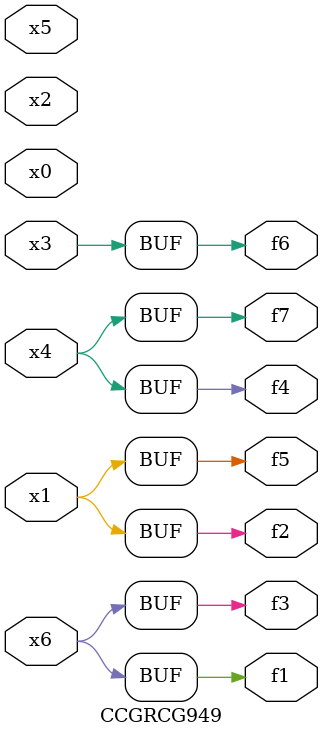
<source format=v>
module CCGRCG949(
	input x0, x1, x2, x3, x4, x5, x6,
	output f1, f2, f3, f4, f5, f6, f7
);
	assign f1 = x6;
	assign f2 = x1;
	assign f3 = x6;
	assign f4 = x4;
	assign f5 = x1;
	assign f6 = x3;
	assign f7 = x4;
endmodule

</source>
